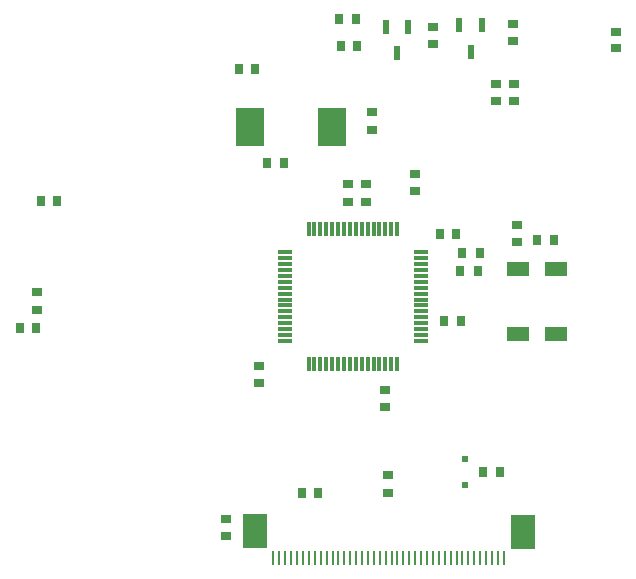
<source format=gbp>
G04*
G04 #@! TF.GenerationSoftware,Altium Limited,Altium Designer,18.0.12 (696)*
G04*
G04 Layer_Color=128*
%FSLAX44Y44*%
%MOMM*%
G71*
G01*
G75*
%ADD17R,0.9000X0.7000*%
%ADD18R,0.8000X0.9000*%
%ADD20R,0.7000X0.9000*%
%ADD23R,0.9000X0.8000*%
%ADD34R,0.6000X1.1500*%
G04:AMPARAMS|DCode=92|XSize=1.25mm|YSize=0.2mm|CornerRadius=0.05mm|HoleSize=0mm|Usage=FLASHONLY|Rotation=90.000|XOffset=0mm|YOffset=0mm|HoleType=Round|Shape=RoundedRectangle|*
%AMROUNDEDRECTD92*
21,1,1.2500,0.1000,0,0,90.0*
21,1,1.1500,0.2000,0,0,90.0*
1,1,0.1000,0.0500,0.5750*
1,1,0.1000,0.0500,-0.5750*
1,1,0.1000,-0.0500,-0.5750*
1,1,0.1000,-0.0500,0.5750*
%
%ADD92ROUNDEDRECTD92*%
%ADD93R,2.0000X3.0000*%
%ADD94R,0.5000X0.5000*%
%ADD95R,1.9000X1.3000*%
%ADD96R,0.3048X1.1938*%
%ADD97R,1.1938X0.3048*%
%ADD98R,2.4000X3.3000*%
D17*
X637540Y280790D02*
D03*
Y295790D02*
D03*
X340360Y435730D02*
D03*
Y450730D02*
D03*
X675640Y660520D02*
D03*
Y675520D02*
D03*
X603250Y542050D02*
D03*
Y527050D02*
D03*
X618490Y542170D02*
D03*
Y527170D02*
D03*
X500380Y258960D02*
D03*
Y243960D02*
D03*
X742950Y663060D02*
D03*
Y678060D02*
D03*
X623570Y588130D02*
D03*
Y603130D02*
D03*
D18*
X564500Y280670D02*
D03*
X578500D02*
D03*
X685150Y426720D02*
D03*
X699150D02*
D03*
X777890Y495300D02*
D03*
X763890D02*
D03*
X339740Y420370D02*
D03*
X325740D02*
D03*
X357520Y528320D02*
D03*
X343520D02*
D03*
X611520Y659130D02*
D03*
X597520D02*
D03*
X610250Y681990D02*
D03*
X596250D02*
D03*
X535290Y560070D02*
D03*
X549290D02*
D03*
X511160Y640080D02*
D03*
X525160D02*
D03*
X732170Y298450D02*
D03*
X718170D02*
D03*
X695340Y500380D02*
D03*
X681340D02*
D03*
D20*
X698620Y468630D02*
D03*
X713620D02*
D03*
X699890Y483870D02*
D03*
X714890D02*
D03*
D23*
X528320Y388000D02*
D03*
Y374000D02*
D03*
X746760Y493380D02*
D03*
Y507380D02*
D03*
X660400Y536560D02*
D03*
Y550560D02*
D03*
X744220Y626760D02*
D03*
Y612760D02*
D03*
X635000Y367680D02*
D03*
Y353680D02*
D03*
X830580Y671210D02*
D03*
Y657210D02*
D03*
X728980Y612760D02*
D03*
Y626760D02*
D03*
D34*
X707390Y654230D02*
D03*
X716890Y676730D02*
D03*
X697890D02*
D03*
X645183Y652960D02*
D03*
X654683Y675460D02*
D03*
X635683D02*
D03*
D92*
X735420Y225850D02*
D03*
X690420D02*
D03*
X670420D02*
D03*
X650420D02*
D03*
X630420D02*
D03*
X730420D02*
D03*
X710420D02*
D03*
X540420D02*
D03*
X545420D02*
D03*
X550420D02*
D03*
X555420D02*
D03*
X560420D02*
D03*
X565420D02*
D03*
X570420D02*
D03*
X575420D02*
D03*
X580420D02*
D03*
X585420D02*
D03*
X590420D02*
D03*
X595420D02*
D03*
X600420D02*
D03*
X605420D02*
D03*
X610420D02*
D03*
X615420D02*
D03*
X620420D02*
D03*
X625420D02*
D03*
X635420D02*
D03*
X640420D02*
D03*
X645420D02*
D03*
X655420D02*
D03*
X660420D02*
D03*
X665420D02*
D03*
X675420D02*
D03*
X680420D02*
D03*
X685420D02*
D03*
X695420D02*
D03*
X700420D02*
D03*
X705420D02*
D03*
X715420D02*
D03*
X720420D02*
D03*
X725420D02*
D03*
D93*
X751420Y247850D02*
D03*
X524420Y248850D02*
D03*
D94*
X702310Y287330D02*
D03*
Y309330D02*
D03*
D95*
X779270Y470088D02*
D03*
Y415088D02*
D03*
X747270D02*
D03*
Y470088D02*
D03*
D96*
X645134Y504540D02*
D03*
X640134D02*
D03*
X635134D02*
D03*
X630134D02*
D03*
X625134D02*
D03*
X620134D02*
D03*
X615134D02*
D03*
X610134D02*
D03*
X605134D02*
D03*
X600134D02*
D03*
X595134D02*
D03*
X590134D02*
D03*
X585134D02*
D03*
X580134D02*
D03*
X575134D02*
D03*
X570134D02*
D03*
Y389540D02*
D03*
X575134D02*
D03*
X580134D02*
D03*
X585134D02*
D03*
X590134D02*
D03*
X595134D02*
D03*
X600134D02*
D03*
X605134D02*
D03*
X610134D02*
D03*
X615134D02*
D03*
X620134D02*
D03*
X625134D02*
D03*
X630134D02*
D03*
X635134D02*
D03*
X640134D02*
D03*
X645134D02*
D03*
D97*
X550134Y484540D02*
D03*
Y479540D02*
D03*
Y474540D02*
D03*
Y469540D02*
D03*
Y464540D02*
D03*
Y459540D02*
D03*
Y454540D02*
D03*
Y449540D02*
D03*
Y444540D02*
D03*
Y439540D02*
D03*
Y434540D02*
D03*
Y429540D02*
D03*
Y424540D02*
D03*
Y419540D02*
D03*
Y414540D02*
D03*
Y409540D02*
D03*
X665134D02*
D03*
Y414540D02*
D03*
Y419540D02*
D03*
Y424540D02*
D03*
Y429540D02*
D03*
Y434540D02*
D03*
Y439540D02*
D03*
Y444540D02*
D03*
Y449540D02*
D03*
Y454540D02*
D03*
Y459540D02*
D03*
Y464540D02*
D03*
Y469540D02*
D03*
Y474540D02*
D03*
Y479540D02*
D03*
Y484540D02*
D03*
D98*
X520240Y590550D02*
D03*
X589740D02*
D03*
M02*

</source>
